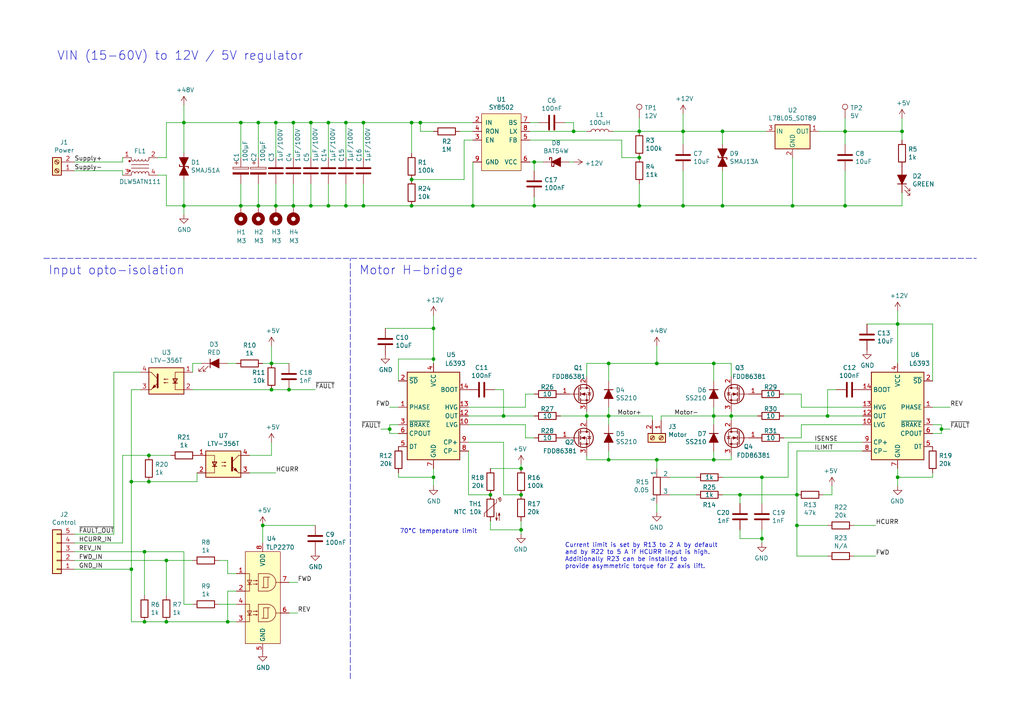
<source format=kicad_sch>
(kicad_sch (version 20211123) (generator eeschema)
  (paper "A4")
  (title_block (title "48V 5A brushed DC motor driver") (date "2022-01-15") (rev "2") (company "Hacklab Jyväskylä / jpa"))
  (junction (at 185.42 38.1))
  (junction (at 229.87 59.69))
  (junction (at 43.18 139.7))
  (junction (at 38.1 165.1))
  (junction (at 240.03 120.65))
  (junction (at 53.34 59.69))
  (junction (at 190.5 133.35))
  (junction (at 38.1 139.7))
  (junction (at 95.25 59.69))
  (junction (at 100.33 35.56))
  (junction (at 48.26 162.56))
  (junction (at 261.62 38.1))
  (junction (at 176.53 133.35))
  (junction (at 142.24 143.51))
  (junction (at 176.53 120.65))
  (junction (at 90.17 35.56))
  (junction (at 43.18 132.08))
  (junction (at 220.98 138.43))
  (junction (at 185.42 59.69))
  (junction (at 125.73 95.25))
  (junction (at 83.82 113.03))
  (junction (at 41.91 160.02))
  (junction (at 151.13 135.89))
  (junction (at 214.63 143.51))
  (junction (at 113.03 124.46))
  (junction (at 100.33 59.69))
  (junction (at 85.09 59.69))
  (junction (at 80.01 59.69))
  (junction (at 146.05 120.65))
  (junction (at 151.13 153.67))
  (junction (at 137.16 59.69))
  (junction (at 185.42 45.72))
  (junction (at 209.55 38.1))
  (junction (at 273.05 124.46))
  (junction (at 69.85 59.69))
  (junction (at 154.94 59.69))
  (junction (at 260.35 138.43))
  (junction (at 125.73 138.43))
  (junction (at 212.09 120.65))
  (junction (at 220.98 156.21))
  (junction (at 78.74 113.03))
  (junction (at 176.53 105.41))
  (junction (at 119.38 35.56))
  (junction (at 85.09 35.56))
  (junction (at 198.12 38.1))
  (junction (at 207.01 105.41))
  (junction (at 74.93 35.56))
  (junction (at 198.12 59.69))
  (junction (at 125.73 104.14))
  (junction (at 166.37 38.1))
  (junction (at 105.41 35.56))
  (junction (at 231.14 143.51))
  (junction (at 95.25 35.56))
  (junction (at 245.11 38.1))
  (junction (at 74.93 59.69))
  (junction (at 170.18 120.65))
  (junction (at 53.34 35.56))
  (junction (at 78.74 105.41))
  (junction (at 245.11 59.69))
  (junction (at 69.85 35.56))
  (junction (at 119.38 52.07))
  (junction (at 48.26 180.34))
  (junction (at 76.2 152.4))
  (junction (at 66.04 180.34))
  (junction (at 90.17 59.69))
  (junction (at 231.14 152.4))
  (junction (at 119.38 59.69))
  (junction (at 121.92 35.56))
  (junction (at 154.94 46.99))
  (junction (at 260.35 93.98))
  (junction (at 207.01 133.35))
  (junction (at 80.01 35.56))
  (junction (at 207.01 120.65))
  (junction (at 209.55 59.69))
  (junction (at 151.13 143.51))
  (junction (at 190.5 105.41))
  (junction (at 105.41 59.69))
  (junction (at 41.91 180.34))
  (wire (pts (xy 191.77 120.65) (xy 191.77 121.92)))
  (wire (pts (xy 250.19 123.19) (xy 232.41 123.19)))
  (wire (pts (xy 250.19 118.11) (xy 232.41 118.11)))
  (wire (pts (xy 176.53 120.65) (xy 189.23 120.65)))
  (wire (pts (xy 38.1 113.03) (xy 38.1 139.7)))
  (wire (pts (xy 100.33 45.72) (xy 100.33 35.56)))
  (wire (pts (xy 166.37 35.56) (xy 166.37 38.1)))
  (wire (pts (xy 207.01 105.41) (xy 212.09 105.41)))
  (wire (pts (xy 40.64 113.03) (xy 38.1 113.03)))
  (wire (pts (xy 241.3 143.51) (xy 241.3 140.97)))
  (wire (pts (xy 209.55 143.51) (xy 214.63 143.51)))
  (wire (pts (xy 125.73 104.14) (xy 125.73 105.41)))
  (wire (pts (xy 53.34 35.56) (xy 48.26 35.56)))
  (wire (pts (xy 45.72 45.72) (xy 48.26 45.72)))
  (wire (pts (xy 53.34 175.26) (xy 55.88 175.26)))
  (wire (pts (xy 190.5 133.35) (xy 207.01 133.35)))
  (wire (pts (xy 151.13 143.51) (xy 146.05 143.51)))
  (wire (pts (xy 135.89 118.11) (xy 152.4 118.11)))
  (wire (pts (xy 146.05 120.65) (xy 154.94 120.65)))
  (wire (pts (xy 242.57 113.03) (xy 240.03 113.03)))
  (wire (pts (xy 21.59 157.48) (xy 35.56 157.48)))
  (wire (pts (xy 198.12 59.69) (xy 209.55 59.69)))
  (wire (pts (xy 245.11 38.1) (xy 245.11 41.91)))
  (wire (pts (xy 247.65 161.29) (xy 254 161.29)))
  (wire (pts (xy 74.93 35.56) (xy 80.01 35.56)))
  (wire (pts (xy 21.59 165.1) (xy 38.1 165.1)))
  (wire (pts (xy 273.05 124.46) (xy 275.59 124.46)))
  (wire (pts (xy 113.03 124.46) (xy 110.49 124.46)))
  (wire (pts (xy 260.35 138.43) (xy 270.51 138.43)))
  (wire (pts (xy 53.34 44.45) (xy 53.34 35.56)))
  (wire (pts (xy 201.93 138.43) (xy 194.31 138.43)))
  (wire (pts (xy 185.42 59.69) (xy 198.12 59.69)))
  (wire (pts (xy 80.01 59.69) (xy 85.09 59.69)))
  (wire (pts (xy 154.94 46.99) (xy 154.94 49.53)))
  (wire (pts (xy 232.41 123.19) (xy 232.41 127)))
  (wire (pts (xy 180.34 45.72) (xy 180.34 40.64)))
  (wire (pts (xy 119.38 35.56) (xy 121.92 35.56)))
  (wire (pts (xy 151.13 135.89) (xy 142.24 135.89)))
  (wire (pts (xy 170.18 133.35) (xy 176.53 133.35)))
  (wire (pts (xy 85.09 59.69) (xy 90.17 59.69)))
  (wire (pts (xy 176.53 110.49) (xy 176.53 105.41)))
  (wire (pts (xy 152.4 123.19) (xy 152.4 127)))
  (wire (pts (xy 222.25 38.1) (xy 209.55 38.1)))
  (wire (pts (xy 240.03 161.29) (xy 231.14 161.29)))
  (wire (pts (xy 21.59 154.94) (xy 33.02 154.94)))
  (wire (pts (xy 78.74 132.08) (xy 72.39 132.08)))
  (wire (pts (xy 162.56 120.65) (xy 170.18 120.65)))
  (wire (pts (xy 41.91 180.34) (xy 48.26 180.34)))
  (wire (pts (xy 53.34 59.69) (xy 69.85 59.69)))
  (wire (pts (xy 68.58 105.41) (xy 66.04 105.41)))
  (wire (pts (xy 227.33 127) (xy 232.41 127)))
  (wire (pts (xy 245.11 59.69) (xy 229.87 59.69)))
  (wire (pts (xy 185.42 34.29) (xy 185.42 38.1)))
  (wire (pts (xy 212.09 133.35) (xy 207.01 133.35)))
  (wire (pts (xy 41.91 172.72) (xy 41.91 160.02)))
  (wire (pts (xy 53.34 52.07) (xy 53.34 59.69)))
  (wire (pts (xy 21.59 162.56) (xy 48.26 162.56)))
  (wire (pts (xy 220.98 156.21) (xy 220.98 153.67)))
  (wire (pts (xy 157.48 46.99) (xy 154.94 46.99)))
  (wire (pts (xy 72.39 137.16) (xy 80.01 137.16)))
  (wire (pts (xy 231.14 130.81) (xy 250.19 130.81)))
  (wire (pts (xy 55.88 107.95) (xy 55.88 105.41)))
  (wire (pts (xy 135.89 128.27) (xy 146.05 128.27)))
  (wire (pts (xy 95.25 45.72) (xy 95.25 35.56)))
  (wire (pts (xy 135.89 120.65) (xy 146.05 120.65)))
  (wire (pts (xy 151.13 151.13) (xy 151.13 153.67)))
  (wire (pts (xy 57.15 139.7) (xy 43.18 139.7)))
  (wire (pts (xy 119.38 59.69) (xy 137.16 59.69)))
  (wire (pts (xy 78.74 113.03) (xy 83.82 113.03)))
  (wire (pts (xy 247.65 152.4) (xy 254 152.4)))
  (wire (pts (xy 260.35 93.98) (xy 260.35 105.41)))
  (wire (pts (xy 232.41 118.11) (xy 232.41 114.3)))
  (wire (pts (xy 90.17 59.69) (xy 95.25 59.69)))
  (wire (pts (xy 83.82 177.8) (xy 86.36 177.8)))
  (wire (pts (xy 214.63 146.05) (xy 214.63 143.51)))
  (wire (pts (xy 76.2 152.4) (xy 76.2 157.48)))
  (wire (pts (xy 83.82 168.91) (xy 86.36 168.91)))
  (wire (pts (xy 209.55 49.53) (xy 209.55 59.69)))
  (wire (pts (xy 212.09 121.92) (xy 212.09 120.65)))
  (wire (pts (xy 48.26 45.72) (xy 48.26 35.56)))
  (wire (pts (xy 53.34 62.23) (xy 53.34 59.69)))
  (wire (pts (xy 21.59 49.53) (xy 35.56 49.53)))
  (wire (pts (xy 125.73 91.44) (xy 125.73 95.25)))
  (wire (pts (xy 220.98 157.48) (xy 220.98 156.21)))
  (wire (pts (xy 66.04 171.45) (xy 66.04 180.34)))
  (wire (pts (xy 245.11 34.29) (xy 245.11 38.1)))
  (wire (pts (xy 270.51 93.98) (xy 260.35 93.98)))
  (wire (pts (xy 35.56 132.08) (xy 35.56 157.48)))
  (wire (pts (xy 190.5 135.89) (xy 190.5 133.35)))
  (wire (pts (xy 53.34 175.26) (xy 53.34 160.02)))
  (wire (pts (xy 212.09 105.41) (xy 212.09 109.22)))
  (wire (pts (xy 66.04 166.37) (xy 66.04 162.56)))
  (wire (pts (xy 245.11 38.1) (xy 261.62 38.1)))
  (wire (pts (xy 260.35 90.17) (xy 260.35 93.98)))
  (wire (pts (xy 48.26 162.56) (xy 55.88 162.56)))
  (wire (pts (xy 80.01 35.56) (xy 85.09 35.56)))
  (wire (pts (xy 237.49 38.1) (xy 245.11 38.1)))
  (wire (pts (xy 90.17 45.72) (xy 90.17 35.56)))
  (wire (pts (xy 260.35 138.43) (xy 260.35 140.97)))
  (wire (pts (xy 166.37 38.1) (xy 153.67 38.1)))
  (wire (pts (xy 100.33 35.56) (xy 105.41 35.56)))
  (wire (pts (xy 176.53 133.35) (xy 176.53 130.81)))
  (wire (pts (xy 66.04 180.34) (xy 68.58 180.34)))
  (wire (pts (xy 220.98 156.21) (xy 214.63 156.21)))
  (wire (pts (xy 55.88 105.41) (xy 58.42 105.41)))
  (wire (pts (xy 170.18 109.22) (xy 170.18 105.41)))
  (wire (pts (xy 137.16 59.69) (xy 154.94 59.69)))
  (wire (pts (xy 270.51 118.11) (xy 275.59 118.11)))
  (wire (pts (xy 105.41 59.69) (xy 119.38 59.69)))
  (wire (pts (xy 143.51 113.03) (xy 146.05 113.03)))
  (wire (pts (xy 220.98 146.05) (xy 220.98 138.43)))
  (wire (pts (xy 209.55 59.69) (xy 229.87 59.69)))
  (wire (pts (xy 55.88 113.03) (xy 78.74 113.03)))
  (wire (pts (xy 212.09 120.65) (xy 219.71 120.65)))
  (wire (pts (xy 33.02 154.94) (xy 33.02 107.95)))
  (wire (pts (xy 170.18 105.41) (xy 176.53 105.41)))
  (wire (pts (xy 119.38 44.45) (xy 119.38 35.56)))
  (wire (pts (xy 261.62 34.29) (xy 261.62 38.1)))
  (wire (pts (xy 198.12 49.53) (xy 198.12 59.69)))
  (wire (pts (xy 113.03 125.73) (xy 115.57 125.73)))
  (wire (pts (xy 135.89 123.19) (xy 152.4 123.19)))
  (wire (pts (xy 152.4 127) (xy 154.94 127)))
  (wire (pts (xy 78.74 128.27) (xy 78.74 132.08)))
  (wire (pts (xy 74.93 59.69) (xy 80.01 59.69)))
  (wire (pts (xy 134.62 52.07) (xy 134.62 40.64)))
  (wire (pts (xy 91.44 152.4) (xy 76.2 152.4)))
  (wire (pts (xy 100.33 53.34) (xy 100.33 59.69)))
  (wire (pts (xy 212.09 132.08) (xy 212.09 133.35)))
  (wire (pts (xy 154.94 114.3) (xy 152.4 114.3)))
  (wire (pts (xy 231.14 143.51) (xy 231.14 152.4)))
  (wire (pts (xy 228.6 138.43) (xy 228.6 128.27)))
  (wire (pts (xy 69.85 45.72) (xy 69.85 35.56)))
  (wire (pts (xy 85.09 35.56) (xy 90.17 35.56)))
  (wire (pts (xy 74.93 45.72) (xy 74.93 35.56)))
  (wire (pts (xy 212.09 120.65) (xy 207.01 120.65)))
  (wire (pts (xy 176.53 120.65) (xy 176.53 123.19)))
  (wire (pts (xy 115.57 123.19) (xy 113.03 123.19)))
  (wire (pts (xy 185.42 53.34) (xy 185.42 59.69)))
  (wire (pts (xy 33.02 107.95) (xy 40.64 107.95)))
  (wire (pts (xy 209.55 38.1) (xy 209.55 41.91)))
  (wire (pts (xy 95.25 35.56) (xy 100.33 35.56)))
  (wire (pts (xy 231.14 161.29) (xy 231.14 152.4)))
  (polyline (pts (xy 12.7 74.93) (xy 283.21 74.93)))
  (wire (pts (xy 207.01 133.35) (xy 207.01 130.81)))
  (wire (pts (xy 48.26 50.8) (xy 48.26 59.69)))
  (wire (pts (xy 100.33 59.69) (xy 105.41 59.69)))
  (wire (pts (xy 189.23 120.65) (xy 189.23 121.92)))
  (wire (pts (xy 85.09 45.72) (xy 85.09 35.56)))
  (wire (pts (xy 115.57 110.49) (xy 115.57 104.14)))
  (wire (pts (xy 198.12 33.02) (xy 198.12 38.1)))
  (wire (pts (xy 35.56 45.72) (xy 35.56 46.99)))
  (wire (pts (xy 35.56 49.53) (xy 35.56 50.8)))
  (wire (pts (xy 153.67 46.99) (xy 154.94 46.99)))
  (wire (pts (xy 240.03 120.65) (xy 250.19 120.65)))
  (wire (pts (xy 151.13 153.67) (xy 142.24 153.67)))
  (wire (pts (xy 119.38 52.07) (xy 134.62 52.07)))
  (wire (pts (xy 214.63 143.51) (xy 231.14 143.51)))
  (wire (pts (xy 180.34 40.64) (xy 153.67 40.64)))
  (wire (pts (xy 273.05 124.46) (xy 273.05 123.19)))
  (wire (pts (xy 113.03 123.19) (xy 113.03 124.46)))
  (wire (pts (xy 261.62 59.69) (xy 261.62 55.88)))
  (wire (pts (xy 146.05 113.03) (xy 146.05 120.65)))
  (wire (pts (xy 170.18 132.08) (xy 170.18 133.35)))
  (wire (pts (xy 190.5 105.41) (xy 207.01 105.41)))
  (wire (pts (xy 66.04 162.56) (xy 63.5 162.56)))
  (wire (pts (xy 185.42 38.1) (xy 198.12 38.1)))
  (wire (pts (xy 176.53 105.41) (xy 190.5 105.41)))
  (wire (pts (xy 229.87 45.72) (xy 229.87 59.69)))
  (wire (pts (xy 142.24 153.67) (xy 142.24 151.13)))
  (wire (pts (xy 74.93 53.34) (xy 74.93 59.69)))
  (wire (pts (xy 80.01 53.34) (xy 80.01 59.69)))
  (wire (pts (xy 121.92 38.1) (xy 121.92 35.56)))
  (wire (pts (xy 133.35 38.1) (xy 137.16 38.1)))
  (wire (pts (xy 115.57 138.43) (xy 115.57 137.16)))
  (wire (pts (xy 83.82 105.41) (xy 78.74 105.41)))
  (wire (pts (xy 209.55 38.1) (xy 198.12 38.1)))
  (wire (pts (xy 227.33 114.3) (xy 232.41 114.3)))
  (wire (pts (xy 43.18 139.7) (xy 38.1 139.7)))
  (wire (pts (xy 38.1 180.34) (xy 41.91 180.34)))
  (wire (pts (xy 212.09 119.38) (xy 212.09 120.65)))
  (wire (pts (xy 105.41 35.56) (xy 119.38 35.56)))
  (polyline (pts (xy 101.6 196.85) (xy 101.6 74.93)))
  (wire (pts (xy 180.34 45.72) (xy 185.42 45.72)))
  (wire (pts (xy 48.26 59.69) (xy 53.34 59.69)))
  (wire (pts (xy 165.1 46.99) (xy 166.37 46.99)))
  (wire (pts (xy 176.53 118.11) (xy 176.53 120.65)))
  (wire (pts (xy 41.91 160.02) (xy 53.34 160.02)))
  (wire (pts (xy 170.18 119.38) (xy 170.18 120.65)))
  (wire (pts (xy 35.56 46.99) (xy 21.59 46.99)))
  (wire (pts (xy 154.94 59.69) (xy 185.42 59.69)))
  (wire (pts (xy 146.05 143.51) (xy 146.05 128.27)))
  (wire (pts (xy 207.01 120.65) (xy 207.01 123.19)))
  (wire (pts (xy 90.17 35.56) (xy 95.25 35.56)))
  (wire (pts (xy 151.13 154.94) (xy 151.13 153.67)))
  (wire (pts (xy 125.73 138.43) (xy 115.57 138.43)))
  (wire (pts (xy 38.1 165.1) (xy 38.1 180.34)))
  (wire (pts (xy 113.03 124.46) (xy 113.03 125.73)))
  (wire (pts (xy 166.37 38.1) (xy 170.18 38.1)))
  (wire (pts (xy 134.62 40.64) (xy 137.16 40.64)))
  (wire (pts (xy 228.6 138.43) (xy 220.98 138.43)))
  (wire (pts (xy 76.2 105.41) (xy 78.74 105.41)))
  (wire (pts (xy 95.25 59.69) (xy 100.33 59.69)))
  (wire (pts (xy 270.51 125.73) (xy 273.05 125.73)))
  (wire (pts (xy 38.1 139.7) (xy 38.1 165.1)))
  (wire (pts (xy 176.53 133.35) (xy 190.5 133.35)))
  (wire (pts (xy 69.85 59.69) (xy 74.93 59.69)))
  (wire (pts (xy 270.51 138.43) (xy 270.51 137.16)))
  (wire (pts (xy 85.09 53.34) (xy 85.09 59.69)))
  (wire (pts (xy 95.25 53.34) (xy 95.25 59.69)))
  (wire (pts (xy 190.5 148.59) (xy 190.5 146.05)))
  (wire (pts (xy 63.5 175.26) (xy 68.58 175.26)))
  (wire (pts (xy 142.24 143.51) (xy 135.89 143.51)))
  (wire (pts (xy 270.51 110.49) (xy 270.51 93.98)))
  (wire (pts (xy 115.57 104.14) (xy 125.73 104.14)))
  (wire (pts (xy 170.18 121.92) (xy 170.18 120.65)))
  (wire (pts (xy 125.73 135.89) (xy 125.73 138.43)))
  (wire (pts (xy 231.14 130.81) (xy 231.14 143.51)))
  (wire (pts (xy 48.26 172.72) (xy 48.26 162.56)))
  (wire (pts (xy 105.41 45.72) (xy 105.41 35.56)))
  (wire (pts (xy 245.11 59.69) (xy 261.62 59.69)))
  (wire (pts (xy 154.94 57.15) (xy 154.94 59.69)))
  (wire (pts (xy 273.05 125.73) (xy 273.05 124.46)))
  (wire (pts (xy 53.34 30.48) (xy 53.34 35.56)))
  (wire (pts (xy 45.72 50.8) (xy 48.26 50.8)))
  (wire (pts (xy 68.58 171.45) (xy 66.04 171.45)))
  (wire (pts (xy 90.17 53.34) (xy 90.17 59.69)))
  (wire (pts (xy 201.93 143.51) (xy 194.31 143.51)))
  (wire (pts (xy 43.18 132.08) (xy 49.53 132.08)))
  (wire (pts (xy 105.41 53.34) (xy 105.41 59.69)))
  (wire (pts (xy 111.76 95.25) (xy 125.73 95.25)))
  (wire (pts (xy 125.73 95.25) (xy 125.73 104.14)))
  (wire (pts (xy 190.5 105.41) (xy 190.5 100.33)))
  (wire (pts (xy 240.03 113.03) (xy 240.03 120.65)))
  (wire (pts (xy 207.01 110.49) (xy 207.01 105.41)))
  (wire (pts (xy 151.13 134.62) (xy 151.13 135.89)))
  (wire (pts (xy 137.16 46.99) (xy 137.16 59.69)))
  (wire (pts (xy 125.73 38.1) (xy 121.92 38.1)))
  (wire (pts (xy 21.59 160.02) (xy 41.91 160.02)))
  (wire (pts (xy 125.73 138.43) (xy 125.73 140.97)))
  (wire (pts (xy 191.77 120.65) (xy 207.01 120.65)))
  (wire (pts (xy 53.34 35.56) (xy 69.85 35.56)))
  (wire (pts (xy 121.92 35.56) (xy 137.16 35.56)))
  (wire (pts (xy 260.35 135.89) (xy 260.35 138.43)))
  (wire (pts (xy 153.67 35.56) (xy 156.21 35.56)))
  (wire (pts (xy 228.6 128.27) (xy 250.19 128.27)))
  (wire (pts (xy 135.89 143.51) (xy 135.89 130.81)))
  (wire (pts (xy 113.03 118.11) (xy 115.57 118.11)))
  (wire (pts (xy 214.63 156.21) (xy 214.63 153.67)))
  (wire (pts (xy 170.18 120.65) (xy 176.53 120.65)))
  (wire (pts (xy 35.56 132.08) (xy 43.18 132.08)))
  (wire (pts (xy 207.01 118.11) (xy 207.01 120.65)))
  (wire (pts (xy 261.62 38.1) (xy 261.62 40.64)))
  (wire (pts (xy 198.12 38.1) (xy 198.12 41.91)))
  (wire (pts (xy 251.46 93.98) (xy 260.35 93.98)))
  (wire (pts (xy 245.11 49.53) (xy 245.11 59.69)))
  (wire (pts (xy 152.4 114.3) (xy 152.4 118.11)))
  (wire (pts (xy 78.74 105.41) (xy 78.74 100.33)))
  (wire (pts (xy 231.14 152.4) (xy 240.03 152.4)))
  (wire (pts (xy 227.33 120.65) (xy 240.03 120.65)))
  (wire (pts (xy 69.85 35.56) (xy 74.93 35.56)))
  (wire (pts (xy 80.01 45.72) (xy 80.01 35.56)))
  (wire (pts (xy 238.76 143.51) (xy 241.3 143.51)))
  (wire (pts (xy 163.83 35.56) (xy 166.37 35.56)))
  (wire (pts (xy 220.98 138.43) (xy 209.55 138.43)))
  (wire (pts (xy 48.26 180.34) (xy 66.04 180.34)))
  (wire (pts (xy 177.8 38.1) (xy 185.42 38.1)))
  (wire (pts (xy 68.58 166.37) (xy 66.04 166.37)))
  (wire (pts (xy 57.15 137.16) (xy 57.15 139.7)))
  (wire (pts (xy 273.05 123.19) (xy 270.51 123.19)))
  (wire (pts (xy 83.82 113.03) (xy 91.44 113.03)))
  (wire (pts (xy 69.85 53.34) (xy 69.85 59.69)))
  (text "Input opto-isolation" (at 13.97 80.01 0) (effects (font (size 2.54 2.54)) (justify left bottom)))
  (text "VIN (15-60V) to 12V / 5V regulator" (at 16.51 17.78 0) (effects (font (size 2.54 2.54)) (justify left bottom)))
  (text "Current limit is set by R13 to 2 A by default\nand by R22 to 5 A if HCURR input is high.\nAdditionally R23 can be installed to\nprovide asymmetric torque for Z axis lift." (at 163.83 165.1 0) (effects (font (size 1.27 1.27)) (justify left bottom)))
  (text "70°C temperature limit" (at 138.43 154.94 180) (effects (font (size 1.27 1.27)) (justify right bottom)))
  (text "Motor H-bridge" (at 104.14 80.01 0) (effects (font (size 2.54 2.54)) (justify left bottom)))
  (label "~{FAULT}" (at 110.49 124.46 180))
  (label "REV_IN" (at 22.86 160.02 0))
  (label "FWD_IN" (at 22.86 162.56 0))
  (label "HCURR" (at 254 152.4 0))
  (label "GND_IN" (at 22.86 165.1 0))
  (label "FWD" (at 86.36 168.91 0))
  (label "Supply-" (at 21.59 49.53 0))
  (label "~{FAULT}" (at 275.59 124.46 0))
  (label "ILIMIT" (at 236.22 130.81 0))
  (label "~{FAULT}" (at 91.44 113.03 0))
  (label "ISENSE" (at 236.22 128.27 0))
  (label "HCURR" (at 80.01 137.16 0))
  (label "~{FAULT_OUT}" (at 22.86 154.94 0))
  (label "FWD" (at 113.03 118.11 180))
  (label "HCURR_IN" (at 22.86 157.48 0))
  (label "REV" (at 86.36 177.8 0))
  (label "Motor+" (at 179.07 120.65 0))
  (label "REV" (at 275.59 118.11 0))
  (label "Supply+" (at 21.59 46.99 0))
  (label "FWD" (at 254 161.29 0))
  (label "Motor-" (at 195.58 120.65 0))
  (symbol (lib_id "Transistor_FET:QM6006D") (at 167.64 114.3 0) (unit 1)
    (property "Reference" "Q1" (at 166.37 106.68 0) (effects (justify left)))
    (property "Value" "FDD86381" (at 160.02 109.22 0) (effects (justify left)))
    (property "Footprint" "Package_TO_SOT_SMD:TO-252-2" (effects hide))
    (property "Datasheet" "http://www.jaolen.com/images/pdf/QM6006D.pdf" (effects hide))
  )
  (symbol (lib_id "Device:D_ALT") (at 176.53 114.3 270) (unit 1)
    (property "Reference" "D4" (at 178.562 113.1316 90) (effects (justify left)))
    (property "Value" "SS210" (at 178.562 115.443 90) (effects (justify left)))
    (property "Footprint" "Diode_SMD:D_SMA" (effects hide))
  )
  (symbol (lib_id "Transistor_FET:QM6006D") (at 167.64 127 0) (unit 1)
    (property "Reference" "Q2" (at 163.83 128.27 0) (effects (justify left)))
    (property "Value" "FDD86381" (at 157.48 130.81 0) (effects (justify left)))
    (property "Footprint" "Package_TO_SOT_SMD:TO-252-2" (effects hide))
    (property "Datasheet" "http://www.jaolen.com/images/pdf/QM6006D.pdf" (effects hide))
  )
  (symbol (lib_id "Device:D_ALT") (at 176.53 127 270) (unit 1)
    (property "Reference" "D5" (at 178.562 125.8316 90) (effects (justify left)))
    (property "Value" "SS210" (at 178.562 128.143 90) (effects (justify left)))
    (property "Footprint" "Diode_SMD:D_SMA" (effects hide))
  )
  (symbol (lib_id "Connector:Screw_Terminal_01x02") (at 191.77 127 270) (unit 1)
    (property "Reference" "J3" (at 193.802 123.7488 90) (effects (justify left)))
    (property "Value" "Motor" (at 193.802 126.0602 90) (effects (justify left)))
    (property "Footprint" "TerminalBlock:TerminalBlock_bornier-2_P5.08mm" (effects hide))
  )
  (symbol (lib_id "Device:R_Shunt") (at 190.5 140.97 0) (unit 1)
    (property "Reference" "R15" (at 188.2648 139.8016 0) (effects (justify right)))
    (property "Value" "0.05" (at 188.2648 142.113 0) (effects (justify right)))
    (property "Footprint" "motor_driver:Shunt_2512" (effects hide))
  )
  (symbol (lib_id "power:GND") (at 190.5 148.59 0) (mirror y) (unit 1)
    (property "Reference" "#PWR015" (effects hide))
    (property "Value" "GND" (at 190.373 152.9842 0))
  )
  (symbol (lib_id "Transistor_FET:QM6006D") (at 214.63 114.3 0) (mirror y) (unit 1)
    (property "Reference" "Q3" (at 215.9 106.68 0) (effects (justify left)))
    (property "Value" "FDD86381" (at 222.25 109.22 0) (effects (justify left)))
    (property "Footprint" "Package_TO_SOT_SMD:TO-252-2" (effects hide))
    (property "Datasheet" "http://www.jaolen.com/images/pdf/QM6006D.pdf" (effects hide))
  )
  (symbol (lib_id "Device:D_ALT") (at 207.01 114.3 90) (mirror x) (unit 1)
    (property "Reference" "D6" (at 204.978 113.1316 90) (effects (justify left)))
    (property "Value" "SS210" (at 204.978 115.443 90) (effects (justify left)))
    (property "Footprint" "Diode_SMD:D_SMA" (effects hide))
  )
  (symbol (lib_id "Transistor_FET:QM6006D") (at 214.63 127 0) (mirror y) (unit 1)
    (property "Reference" "Q4" (at 218.44 129.54 0) (effects (justify left)))
    (property "Value" "FDD86381" (at 223.52 132.08 0) (effects (justify left)))
    (property "Footprint" "Package_TO_SOT_SMD:TO-252-2" (effects hide))
    (property "Datasheet" "http://www.jaolen.com/images/pdf/QM6006D.pdf" (effects hide))
  )
  (symbol (lib_id "Device:D_ALT") (at 207.01 127 90) (mirror x) (unit 1)
    (property "Reference" "D7" (at 204.978 125.8316 90) (effects (justify left)))
    (property "Value" "SS210" (at 204.978 128.143 90) (effects (justify left)))
    (property "Footprint" "Diode_SMD:D_SMA" (effects hide))
  )
  (symbol (lib_id "power:+48V") (at 190.5 100.33 0) (unit 1)
    (property "Reference" "#PWR014" (effects hide))
    (property "Value" "+48V" (at 190.881 95.9358 0))
  )
  (symbol (lib_id "Connector:Screw_Terminal_01x02") (at 16.51 49.53 180) (unit 1)
    (property "Reference" "J1" (at 18.5928 41.275 0))
    (property "Value" "Power" (at 18.5928 43.5864 0))
    (property "Footprint" "TerminalBlock:TerminalBlock_bornier-2_P5.08mm" (effects hide))
  )
  (symbol (lib_id "Device:CP") (at 69.85 49.53 0) (unit 1)
    (property "Reference" "C1" (at 68.58 46.99 90) (effects (justify left)))
    (property "Value" "100µF" (at 71.12 46.99 90) (effects (justify left)))
    (property "Footprint" "motor_driver:CP_Radial_D10.0mm_P5.00mm_P7.50mm" (effects hide))
  )
  (symbol (lib_id "Device:C") (at 80.01 49.53 0) (unit 1)
    (property "Reference" "C3" (at 78.74 46.99 90) (effects (justify left)))
    (property "Value" "1uF/100V" (at 81.28 46.99 90) (effects (justify left)))
    (property "Footprint" "Capacitor_SMD:C_1206_3216Metric" (effects hide))
  )
  (symbol (lib_id "Device:CP") (at 74.93 49.53 0) (unit 1)
    (property "Reference" "C2" (at 73.66 46.99 90) (effects (justify left)))
    (property "Value" "100µF" (at 76.2 46.99 90) (effects (justify left)))
    (property "Footprint" "motor_driver:CP_Radial_D10.0mm_P5.00mm_P7.50mm" (effects hide))
  )
  (symbol (lib_id "Device:R") (at 59.69 175.26 270) (unit 1)
    (property "Reference" "R9" (at 59.69 170.0022 90))
    (property "Value" "1k" (at 59.69 172.3136 90))
    (property "Footprint" "Resistor_SMD:R_0603_1608Metric" (effects hide))
  )
  (symbol (lib_id "power:+5V") (at 76.2 152.4 0) (unit 1)
    (property "Reference" "#PWR07" (effects hide))
    (property "Value" "+5V" (at 76.581 148.0058 0))
  )
  (symbol (lib_id "Device:C") (at 91.44 156.21 0) (unit 1)
    (property "Reference" "C9" (at 94.361 155.0416 0) (effects (justify left)))
    (property "Value" "100nF" (at 94.361 157.353 0) (effects (justify left)))
    (property "Footprint" "Capacitor_SMD:C_0603_1608Metric" (effects hide))
  )
  (symbol (lib_id "power:GND") (at 76.2 189.23 0) (unit 1)
    (property "Reference" "#PWR08" (effects hide))
    (property "Value" "GND" (at 76.327 193.6242 0))
  )
  (symbol (lib_id "motor_driver:L6393") (at 125.73 120.65 0) (unit 1)
    (property "Reference" "U5" (at 130.81 102.87 0))
    (property "Value" "L6393" (at 132.08 105.41 0))
    (property "Footprint" "Package_SO:SO-14_3.9x8.65mm_P1.27mm" (effects hide))
  )
  (symbol (lib_id "motor_driver:TLP2270") (at 76.2 168.91 0) (unit 1)
    (property "Reference" "U4" (at 78.74 156.21 0))
    (property "Value" "TLP2270" (at 81.28 158.75 0))
    (property "Footprint" "Package_SO:SOIC-8_7.5x5.85mm_P1.27mm" (effects hide))
  )
  (symbol (lib_id "Device:R") (at 59.69 162.56 270) (unit 1)
    (property "Reference" "R8" (at 59.69 157.3022 90))
    (property "Value" "1k" (at 59.69 159.6136 90))
    (property "Footprint" "Resistor_SMD:R_0603_1608Metric" (effects hide))
  )
  (symbol (lib_id "Device:R") (at 41.91 176.53 180) (unit 1)
    (property "Reference" "R6" (at 43.688 175.3616 0) (effects (justify right)))
    (property "Value" "1k" (at 43.688 177.673 0) (effects (justify right)))
    (property "Footprint" "Resistor_SMD:R_0603_1608Metric" (effects hide))
  )
  (symbol (lib_id "Device:R") (at 48.26 176.53 180) (unit 1)
    (property "Reference" "R7" (at 50.038 175.3616 0) (effects (justify right)))
    (property "Value" "1k" (at 50.038 177.673 0) (effects (justify right)))
    (property "Footprint" "Resistor_SMD:R_0603_1608Metric" (effects hide))
  )
  (symbol (lib_id "Device:C") (at 139.7 113.03 270) (unit 1)
    (property "Reference" "C11" (at 139.7 106.6292 90))
    (property "Value" "100nF" (at 139.7 108.9406 90))
    (property "Footprint" "Capacitor_SMD:C_0603_1608Metric" (effects hide))
  )
  (symbol (lib_id "Device:R") (at 234.95 143.51 270) (unit 1)
    (property "Reference" "R13" (at 234.95 146.431 90))
    (property "Value" "47k" (at 234.95 148.7424 90))
    (property "Footprint" "Resistor_SMD:R_0603_1608Metric" (effects hide))
  )
  (symbol (lib_id "Device:R") (at 205.74 143.51 90) (mirror x) (unit 1)
    (property "Reference" "R14" (at 205.74 146.431 90))
    (property "Value" "1k" (at 205.74 143.51 90))
    (property "Footprint" "Resistor_SMD:R_0603_1608Metric" (effects hide))
  )
  (symbol (lib_id "power:+5V") (at 241.3 140.97 0) (mirror y) (unit 1)
    (property "Reference" "#PWR013" (effects hide))
    (property "Value" "+5V" (at 240.919 136.5758 0))
  )
  (symbol (lib_id "Device:R") (at 115.57 133.35 180) (unit 1)
    (property "Reference" "R12" (at 113.792 132.1816 0) (effects (justify left)))
    (property "Value" "20k" (at 113.792 134.493 0) (effects (justify left)))
    (property "Footprint" "Resistor_SMD:R_0603_1608Metric" (effects hide))
  )
  (symbol (lib_id "power:GND") (at 125.73 140.97 0) (unit 1)
    (property "Reference" "#PWR012" (effects hide))
    (property "Value" "GND" (at 125.857 145.3642 0))
  )
  (symbol (lib_name "L6393_1") (lib_id "motor_driver:L6393") (at 260.35 120.65 0) (mirror y) (unit 1)
    (property "Reference" "U6" (at 265.43 102.87 0))
    (property "Value" "L6393" (at 266.7 105.41 0))
    (property "Footprint" "Package_SO:SO-14_3.9x8.65mm_P1.27mm" (effects hide))
  )
  (symbol (lib_id "Device:C") (at 246.38 113.03 90) (mirror x) (unit 1)
    (property "Reference" "C12" (at 246.38 106.6292 90))
    (property "Value" "100nF" (at 246.38 108.9406 90))
    (property "Footprint" "Capacitor_SMD:C_0603_1608Metric" (effects hide))
  )
  (symbol (lib_id "Device:R") (at 270.51 133.35 0) (mirror x) (unit 1)
    (property "Reference" "R19" (at 272.288 132.1816 0) (effects (justify left)))
    (property "Value" "20k" (at 272.288 134.493 0) (effects (justify left)))
    (property "Footprint" "Resistor_SMD:R_0603_1608Metric" (effects hide))
  )
  (symbol (lib_id "power:GND") (at 260.35 140.97 0) (mirror y) (unit 1)
    (property "Reference" "#PWR020" (effects hide))
    (property "Value" "GND" (at 260.223 145.3642 0))
  )
  (symbol (lib_id "Device:Thermistor_NTC") (at 142.24 147.32 0) (mirror y) (unit 1)
    (property "Reference" "TH1" (at 139.7762 146.1516 0) (effects (justify left)))
    (property "Value" "NTC 10k" (at 139.7762 148.463 0) (effects (justify left)))
    (property "Footprint" "Resistor_SMD:R_0603_1608Metric" (effects hide))
  )
  (symbol (lib_id "Device:R") (at 142.24 139.7 0) (mirror x) (unit 1)
    (property "Reference" "R18" (at 140.462 138.5316 0) (effects (justify right)))
    (property "Value" "20k" (at 140.462 140.843 0) (effects (justify right)))
    (property "Footprint" "Resistor_SMD:R_0603_1608Metric" (effects hide))
  )
  (symbol (lib_id "Device:R") (at 151.13 139.7 0) (mirror x) (unit 1)
    (property "Reference" "R16" (at 152.8826 138.5316 0) (effects (justify left)))
    (property "Value" "100k" (at 152.8826 140.843 0) (effects (justify left)))
    (property "Footprint" "Resistor_SMD:R_0603_1608Metric" (effects hide))
  )
  (symbol (lib_id "Device:R") (at 151.13 147.32 0) (mirror x) (unit 1)
    (property "Reference" "R17" (at 152.908 146.1516 0) (effects (justify left)))
    (property "Value" "20k" (at 152.908 148.463 0) (effects (justify left)))
    (property "Footprint" "Resistor_SMD:R_0603_1608Metric" (effects hide))
  )
  (symbol (lib_id "power:GND") (at 151.13 154.94 0) (mirror y) (unit 1)
    (property "Reference" "#PWR017" (effects hide))
    (property "Value" "GND" (at 151.003 159.3342 0))
  )
  (symbol (lib_id "power:+5V") (at 151.13 134.62 0) (mirror y) (unit 1)
    (property "Reference" "#PWR016" (effects hide))
    (property "Value" "+5V" (at 150.749 130.2258 0))
  )
  (symbol (lib_id "power:GND") (at 91.44 160.02 0) (unit 1)
    (property "Reference" "#PWR09" (effects hide))
    (property "Value" "GND" (at 91.567 164.4142 0))
  )
  (symbol (lib_id "Device:L") (at 173.99 38.1 270) (mirror x) (unit 1)
    (property "Reference" "L1" (at 173.99 33.274 90))
    (property "Value" "100uH" (at 173.99 35.5854 90))
    (property "Footprint" "Inductor_SMD:L_Bourns-SRN4018" (effects hide))
  )
  (symbol (lib_id "Device:R") (at 185.42 41.91 0) (unit 1)
    (property "Reference" "R3" (at 187.198 40.7416 0) (effects (justify left)))
    (property "Value" "100k" (at 187.198 43.053 0) (effects (justify left)))
    (property "Footprint" "Resistor_SMD:R_0603_1608Metric" (effects hide))
  )
  (symbol (lib_id "Device:R") (at 185.42 49.53 0) (unit 1)
    (property "Reference" "R4" (at 187.198 48.3616 0) (effects (justify left)))
    (property "Value" "11k" (at 187.198 50.673 0) (effects (justify left)))
    (property "Footprint" "Resistor_SMD:R_0603_1608Metric" (effects hide))
  )
  (symbol (lib_id "Device:C") (at 198.12 45.72 0) (unit 1)
    (property "Reference" "C7" (at 201.041 44.5516 0) (effects (justify left)))
    (property "Value" "10uF" (at 201.041 46.863 0) (effects (justify left)))
    (property "Footprint" "Capacitor_SMD:C_0805_2012Metric" (effects hide))
  )
  (symbol (lib_id "Device:R") (at 129.54 38.1 270) (unit 1)
    (property "Reference" "R2" (at 129.54 41.021 90))
    (property "Value" "1M" (at 129.54 43.3324 90))
    (property "Footprint" "Resistor_SMD:R_0603_1608Metric" (effects hide))
  )
  (symbol (lib_id "power:GND") (at 53.34 62.23 0) (unit 1)
    (property "Reference" "#PWR02" (effects hide))
    (property "Value" "GND" (at 53.467 66.6242 0))
  )
  (symbol (lib_id "power:+48V") (at 53.34 30.48 0) (unit 1)
    (property "Reference" "#PWR01" (effects hide))
    (property "Value" "+48V" (at 53.721 26.0858 0))
  )
  (symbol (lib_id "power:+12V") (at 198.12 33.02 0) (unit 1)
    (property "Reference" "#PWR04" (effects hide))
    (property "Value" "+12V" (at 198.501 28.6258 0))
  )
  (symbol (lib_id "Device:LED_ALT") (at 62.23 105.41 0) (unit 1)
    (property "Reference" "D3" (at 62.0522 99.8982 0))
    (property "Value" "RED" (at 62.0522 102.2096 0))
    (property "Footprint" "motor_driver:LED_0805_Reverse" (effects hide))
  )
  (symbol (lib_id "Device:LED_ALT") (at 261.62 52.07 90) (unit 1)
    (property "Reference" "D2" (at 264.6172 51.0794 90) (effects (justify right)))
    (property "Value" "GREEN" (at 264.6172 53.3908 90) (effects (justify right)))
    (property "Footprint" "motor_driver:LED_0805_Reverse" (effects hide))
  )
  (symbol (lib_id "power:+5V") (at 261.62 34.29 0) (unit 1)
    (property "Reference" "#PWR05" (effects hide))
    (property "Value" "+5V" (at 262.001 29.8958 0))
  )
  (symbol (lib_id "Device:R") (at 261.62 44.45 180) (unit 1)
    (property "Reference" "R5" (at 263.398 43.2816 0) (effects (justify right)))
    (property "Value" "1k" (at 263.398 45.593 0) (effects (justify right)))
    (property "Footprint" "Resistor_SMD:R_0603_1608Metric" (effects hide))
  )
  (symbol (lib_id "Regulator_Linear:L78L05_SOT89") (at 229.87 38.1 0) (unit 1)
    (property "Reference" "U2" (at 229.87 31.9532 0))
    (property "Value" "L78L05_SOT89" (at 229.87 34.2646 0))
    (property "Footprint" "Package_TO_SOT_SMD:SOT-89-3" (effects hide))
    (property "Datasheet" "http://www.st.com/content/ccc/resource/technical/document/datasheet/15/55/e5/aa/23/5b/43/fd/CD00000446.pdf/files/CD00000446.pdf/jcr:content/translations/en.CD00000446.pdf" (effects hide))
  )
  (symbol (lib_id "Device:C") (at 245.11 45.72 0) (unit 1)
    (property "Reference" "C8" (at 248.031 44.5516 0) (effects (justify left)))
    (property "Value" "10uF" (at 248.031 46.863 0) (effects (justify left)))
    (property "Footprint" "Capacitor_SMD:C_0805_2012Metric" (effects hide))
  )
  (symbol (lib_id "power:+12V") (at 125.73 91.44 0) (unit 1)
    (property "Reference" "#PWR011" (effects hide))
    (property "Value" "+12V" (at 126.111 87.0458 0))
  )
  (symbol (lib_id "power:+12V") (at 260.35 90.17 0) (unit 1)
    (property "Reference" "#PWR019" (effects hide))
    (property "Value" "+12V" (at 260.731 85.7758 0))
  )
  (symbol (lib_id "Device:R") (at 72.39 105.41 90) (unit 1)
    (property "Reference" "R10" (at 72.39 100.1522 90))
    (property "Value" "1k" (at 72.39 102.4636 90))
    (property "Footprint" "Resistor_SMD:R_0603_1608Metric" (effects hide))
  )
  (symbol (lib_id "power:+5V") (at 78.74 100.33 0) (unit 1)
    (property "Reference" "#PWR06" (effects hide))
    (property "Value" "+5V" (at 79.121 95.9358 0))
  )
  (symbol (lib_id "Device:R") (at 78.74 109.22 0) (unit 1)
    (property "Reference" "R11" (at 76.9874 108.0516 0) (effects (justify right)))
    (property "Value" "10k" (at 76.9874 110.363 0) (effects (justify right)))
    (property "Footprint" "Resistor_SMD:R_0603_1608Metric" (effects hide))
  )
  (symbol (lib_id "Device:C") (at 83.82 109.22 0) (unit 1)
    (property "Reference" "C18" (at 86.741 108.0516 0) (effects (justify left)))
    (property "Value" "1nF" (at 86.741 110.363 0) (effects (justify left)))
    (property "Footprint" "Capacitor_SMD:C_0603_1608Metric" (effects hide))
  )
  (symbol (lib_id "Device:R") (at 205.74 138.43 90) (mirror x) (unit 1)
    (property "Reference" "R25" (at 205.74 141.351 90))
    (property "Value" "1k" (at 205.74 138.43 90))
    (property "Footprint" "Resistor_SMD:R_0603_1608Metric" (effects hide))
  )
  (symbol (lib_id "Device:C") (at 214.63 149.86 0) (mirror y) (unit 1)
    (property "Reference" "C20" (at 211.709 148.6916 0) (effects (justify left)))
    (property "Value" "1nF" (at 211.709 151.003 0) (effects (justify left)))
    (property "Footprint" "Capacitor_SMD:C_0603_1608Metric" (effects hide))
  )
  (symbol (lib_id "Device:C") (at 220.98 149.86 0) (mirror y) (unit 1)
    (property "Reference" "C19" (at 223.901 148.6916 0) (effects (justify right)))
    (property "Value" "1nF" (at 223.901 151.003 0) (effects (justify right)))
    (property "Footprint" "Capacitor_SMD:C_0603_1608Metric" (effects hide))
  )
  (symbol (lib_id "power:GND") (at 220.98 157.48 0) (mirror y) (unit 1)
    (property "Reference" "#PWR0102" (effects hide))
    (property "Value" "GND" (at 220.853 161.8742 0))
  )
  (symbol (lib_id "Device:C") (at 160.02 35.56 270) (unit 1)
    (property "Reference" "C6" (at 160.02 29.1592 90))
    (property "Value" "100nF" (at 160.02 31.4706 90))
    (property "Footprint" "Capacitor_SMD:C_0603_1608Metric" (effects hide))
  )
  (symbol (lib_id "Device:C") (at 111.76 99.06 0) (unit 1)
    (property "Reference" "C10" (at 114.681 97.8916 0) (effects (justify left)))
    (property "Value" "10uF" (at 114.681 100.203 0) (effects (justify left)))
    (property "Footprint" "Capacitor_SMD:C_0805_2012Metric" (effects hide))
  )
  (symbol (lib_id "power:GND") (at 111.76 102.87 0) (unit 1)
    (property "Reference" "#PWR010" (effects hide))
    (property "Value" "GND" (at 111.887 107.2642 0))
  )
  (symbol (lib_id "Device:C") (at 251.46 97.79 0) (unit 1)
    (property "Reference" "C13" (at 254.381 96.6216 0) (effects (justify left)))
    (property "Value" "10uF" (at 254.381 98.933 0) (effects (justify left)))
    (property "Footprint" "Capacitor_SMD:C_0805_2012Metric" (effects hide))
  )
  (symbol (lib_id "power:GND") (at 251.46 101.6 0) (unit 1)
    (property "Reference" "#PWR018" (effects hide))
    (property "Value" "GND" (at 251.587 105.9942 0))
  )
  (symbol (lib_id "Device:C") (at 85.09 49.53 0) (unit 1)
    (property "Reference" "C4" (at 83.82 46.99 90) (effects (justify left)))
    (property "Value" "1uF/100V" (at 86.36 46.99 90) (effects (justify left)))
    (property "Footprint" "Capacitor_SMD:C_1206_3216Metric" (effects hide))
  )
  (symbol (lib_id "Mechanical:MountingHole_Pad") (at 69.85 62.23 180) (unit 1)
    (property "Reference" "H1" (at 68.58 67.31 0) (effects (justify right)))
    (property "Value" "M3" (at 68.58 69.85 0) (effects (justify right)))
    (property "Footprint" "MountingHole:MountingHole_3.2mm_M3_Pad" (effects hide))
  )
  (symbol (lib_id "Mechanical:MountingHole_Pad") (at 74.93 62.23 180) (unit 1)
    (property "Reference" "H2" (at 73.66 67.31 0) (effects (justify right)))
    (property "Value" "M3" (at 73.66 69.85 0) (effects (justify right)))
    (property "Footprint" "MountingHole:MountingHole_3.2mm_M3_Pad" (effects hide))
  )
  (symbol (lib_id "Mechanical:MountingHole_Pad") (at 80.01 62.23 180) (unit 1)
    (property "Reference" "H3" (at 78.74 67.31 0) (effects (justify right)))
    (property "Value" "M3" (at 78.74 69.85 0) (effects (justify right)))
    (property "Footprint" "MountingHole:MountingHole_3.2mm_M3_Pad" (effects hide))
  )
  (symbol (lib_id "Mechanical:MountingHole_Pad") (at 85.09 62.23 180) (unit 1)
    (property "Reference" "H4" (at 83.82 67.31 0) (effects (justify right)))
    (property "Value" "M3" (at 83.82 69.85 0) (effects (justify right)))
    (property "Footprint" "MountingHole:MountingHole_3.2mm_M3_Pad" (effects hide))
  )
  (symbol (lib_id "Connector:TestPoint") (at 185.42 34.29 0) (unit 1)
    (property "Reference" "TP1" (at 186.8932 31.2928 0) (effects (justify left)))
    (property "Value" "12V" (at 186.8932 33.6042 0) (effects (justify left)))
    (property "Footprint" "TestPoint:TestPoint_Pad_D2.0mm" (effects hide))
  )
  (symbol (lib_id "Connector:TestPoint") (at 245.11 34.29 0) (unit 1)
    (property "Reference" "TP2" (at 246.5832 31.2928 0) (effects (justify left)))
    (property "Value" "5V" (at 246.5832 33.6042 0) (effects (justify left)))
    (property "Footprint" "TestPoint:TestPoint_Pad_D2.0mm" (effects hide))
  )
  (symbol (lib_id "Isolator:LTV-356T") (at 48.26 110.49 0) (mirror y) (unit 1)
    (property "Reference" "U3" (at 48.26 102.235 0))
    (property "Value" "LTV-356T" (at 48.26 104.5464 0))
    (property "Footprint" "Package_SO:SO-4_4.4x3.6mm_P2.54mm" (effects hide))
    (property "Datasheet" "http://optoelectronics.liteon.com/upload/download/DS70-2001-010/S_110_LTV-356T%2020140520.pdf" (effects hide))
  )
  (symbol (lib_id "Connector_Generic:Conn_01x05") (at 16.51 160.02 180) (unit 1)
    (property "Reference" "J2" (at 18.5928 149.225 0))
    (property "Value" "Control" (at 18.5928 151.5364 0))
    (property "Footprint" "TerminalBlock_TE-Connectivity:TerminalBlock_TE_282834-5_1x05_P2.54mm_Horizontal" (effects hide))
  )
  (symbol (lib_id "Isolator:LTV-356T") (at 64.77 134.62 0) (unit 1)
    (property "Reference" "U7" (at 64.77 126.365 0))
    (property "Value" "LTV-356T" (at 64.77 128.6764 0))
    (property "Footprint" "Package_SO:SO-4_4.4x3.6mm_P2.54mm" (effects hide))
    (property "Datasheet" "http://optoelectronics.liteon.com/upload/download/DS70-2001-010/S_110_LTV-356T%2020140520.pdf" (effects hide))
  )
  (symbol (lib_id "power:+5V") (at 78.74 128.27 0) (unit 1)
    (property "Reference" "#PWR021" (effects hide))
    (property "Value" "+5V" (at 79.121 123.8758 0))
  )
  (symbol (lib_id "Device:R") (at 53.34 132.08 270) (unit 1)
    (property "Reference" "R21" (at 53.34 126.8222 90))
    (property "Value" "1k" (at 53.34 129.1336 90))
    (property "Footprint" "Resistor_SMD:R_0603_1608Metric" (effects hide))
  )
  (symbol (lib_id "Device:R") (at 43.18 135.89 180) (unit 1)
    (property "Reference" "R20" (at 44.958 134.7216 0) (effects (justify right)))
    (property "Value" "1k" (at 44.958 137.033 0) (effects (justify right)))
    (property "Footprint" "Resistor_SMD:R_0603_1608Metric" (effects hide))
  )
  (symbol (lib_id "Device:R") (at 243.84 152.4 90) (unit 1)
    (property "Reference" "R22" (at 243.84 147.1422 90))
    (property "Value" "20k" (at 243.84 149.4536 90))
    (property "Footprint" "Resistor_SMD:R_0603_1608Metric" (effects hide))
  )
  (symbol (lib_id "Device:R") (at 243.84 161.29 90) (unit 1)
    (property "Reference" "R23" (at 243.84 156.0322 90))
    (property "Value" "N/A" (at 243.84 158.3436 90))
    (property "Footprint" "Resistor_SMD:R_0603_1608Metric" (effects hide))
  )
  (symbol (lib_id "motor_driver:SY8502") (at 146.05 44.45 0) (unit 1)
    (property "Reference" "U1" (at 145.415 28.829 0))
    (property "Value" "SY8502" (at 145.415 31.1404 0))
    (property "Footprint" "Package_SO:SOIC-8-1EP_3.9x4.9mm_P1.27mm_EP2.514x3.2mm" (effects hide))
  )
  (symbol (lib_id "Device:D_Schottky_ALT") (at 161.29 46.99 0) (unit 1)
    (property "Reference" "D8" (at 161.29 41.4782 0))
    (property "Value" "BAT54W" (at 161.29 43.7896 0))
    (property "Footprint" "Diode_SMD:D_SOD-123" (effects hide))
  )
  (symbol (lib_id "Device:C") (at 154.94 53.34 180) (unit 1)
    (property "Reference" "C17" (at 157.861 52.1716 0) (effects (justify right)))
    (property "Value" "100nF" (at 157.861 54.483 0) (effects (justify right)))
    (property "Footprint" "Capacitor_SMD:C_0603_1608Metric" (effects hide))
  )
  (symbol (lib_id "power:+12V") (at 166.37 46.99 270) (unit 1)
    (property "Reference" "#PWR0101" (effects hide))
    (property "Value" "+12V" (at 169.6212 47.371 90) (effects (justify left)))
  )
  (symbol (lib_id "Device:R") (at 119.38 48.26 0) (unit 1)
    (property "Reference" "R1" (at 121.158 47.0916 0) (effects (justify left)))
    (property "Value" "100k" (at 121.158 49.403 0) (effects (justify left)))
    (property "Footprint" "Resistor_SMD:R_0603_1608Metric" (effects hide))
  )
  (symbol (lib_id "Device:R") (at 119.38 55.88 0) (unit 1)
    (property "Reference" "R24" (at 121.158 54.7116 0) (effects (justify left)))
    (property "Value" "10k" (at 121.158 57.023 0) (effects (justify left)))
    (property "Footprint" "Resistor_SMD:R_0603_1608Metric" (effects hide))
  )
  (symbol (lib_id "Device:D_TVS_ALT") (at 53.34 48.26 270) (unit 1)
    (property "Reference" "D1" (at 55.372 47.0916 90) (effects (justify left)))
    (property "Value" "SMAJ51A" (at 55.372 49.403 90) (effects (justify left)))
    (property "Footprint" "Diode_SMD:D_SMA" (effects hide))
  )
  (symbol (lib_id "Device:C") (at 90.17 49.53 0) (unit 1)
    (property "Reference" "C5" (at 88.9 46.99 90) (effects (justify left)))
    (property "Value" "1µF/100V" (at 91.44 46.99 90) (effects (justify left)))
    (property "Footprint" "Capacitor_SMD:C_1206_3216Metric" (effects hide))
  )
  (symbol (lib_id "Device:C") (at 95.25 49.53 0) (unit 1)
    (property "Reference" "C14" (at 93.98 46.99 90) (effects (justify left)))
    (property "Value" "1µF/100V" (at 96.52 46.99 90) (effects (justify left)))
    (property "Footprint" "Capacitor_SMD:C_1206_3216Metric" (effects hide))
  )
  (symbol (lib_id "Device:C") (at 100.33 49.53 0) (unit 1)
    (property "Reference" "C15" (at 99.06 46.99 90) (effects (justify left)))
    (property "Value" "1µF/100V" (at 101.6 46.99 90) (effects (justify left)))
    (property "Footprint" "Capacitor_SMD:C_1206_3216Metric" (effects hide))
  )
  (symbol (lib_id "Device:C") (at 105.41 49.53 0) (unit 1)
    (property "Reference" "C16" (at 104.14 46.99 90) (effects (justify left)))
    (property "Value" "1µF/100V" (at 106.68 46.99 90) (effects (justify left)))
    (property "Footprint" "Capacitor_SMD:C_1206_3216Metric" (effects hide))
  )
  (symbol (lib_id "Device:R") (at 158.75 120.65 90) (unit 1)
    (property "Reference" "R27" (at 158.75 118.618 90))
    (property "Value" "10" (at 158.75 120.65 90))
    (property "Footprint" "Resistor_SMD:R_0603_1608Metric" (effects hide))
  )
  (symbol (lib_id "Device:R") (at 158.75 114.3 90) (unit 1)
    (property "Reference" "R26" (at 158.75 112.268 90))
    (property "Value" "10" (at 158.75 114.3 90))
    (property "Footprint" "Resistor_SMD:R_0603_1608Metric" (effects hide))
  )
  (symbol (lib_id "Device:R") (at 158.75 127 90) (unit 1)
    (property "Reference" "R28" (at 158.75 124.968 90))
    (property "Value" "10" (at 158.75 127 90))
    (property "Footprint" "Resistor_SMD:R_0603_1608Metric" (effects hide))
  )
  (symbol (lib_id "Device:R") (at 223.52 114.3 90) (unit 1)
    (property "Reference" "R29" (at 223.52 112.268 90))
    (property "Value" "10" (at 223.52 114.3 90))
    (property "Footprint" "Resistor_SMD:R_0603_1608Metric" (effects hide))
  )
  (symbol (lib_id "Device:R") (at 223.52 120.65 90) (unit 1)
    (property "Reference" "R30" (at 223.52 118.618 90))
    (property "Value" "10" (at 223.52 120.65 90))
    (property "Footprint" "Resistor_SMD:R_0603_1608Metric" (effects hide))
  )
  (symbol (lib_id "Device:Filter_EMI_CommonMode") (at 40.64 48.26 0) (unit 1)
    (property "Reference" "FL1" (at 40.64 43.815 0))
    (property "Value" "DLW5ATN111" (at 40.64 52.705 0))
    (property "Footprint" "motor_driver:DLW5ATN111" (effects hide))
  )
  (symbol (lib_id "Device:R") (at 223.52 127 90) (unit 1)
    (property "Reference" "R31" (at 223.52 124.968 90))
    (property "Value" "10" (at 223.52 127 90))
    (property "Footprint" "Resistor_SMD:R_0603_1608Metric" (effects hide))
  )
  (symbol (lib_id "Device:D_TVS_ALT") (at 209.55 45.72 270) (unit 1)
    (property "Reference" "D9" (at 211.582 44.5516 90) (effects (justify left)))
    (property "Value" "SMAJ13A" (at 211.582 46.863 90) (effects (justify left)))
    (property "Footprint" "Diode_SMD:D_SMA" (effects hide))
  )
)
</source>
